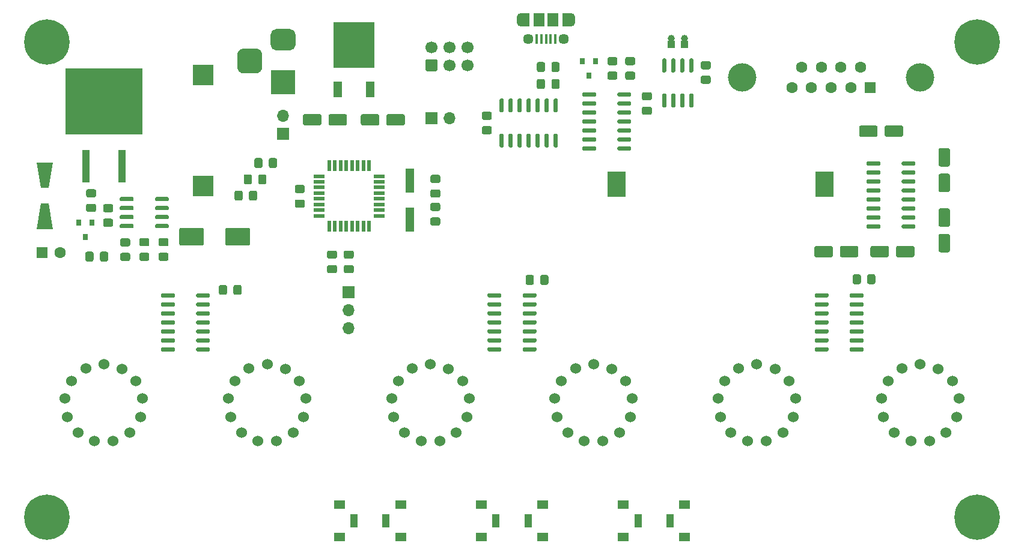
<source format=gbr>
%TF.GenerationSoftware,KiCad,Pcbnew,5.1.8+dfsg1-1+b1*%
%TF.CreationDate,2021-02-09T07:03:43+02:00*%
%TF.ProjectId,nixiedisp,6e697869-6564-4697-9370-2e6b69636164,2*%
%TF.SameCoordinates,Original*%
%TF.FileFunction,Soldermask,Top*%
%TF.FilePolarity,Negative*%
%FSLAX46Y46*%
G04 Gerber Fmt 4.6, Leading zero omitted, Abs format (unit mm)*
G04 Created by KiCad (PCBNEW 5.1.8+dfsg1-1+b1) date 2021-02-09 07:03:43*
%MOMM*%
%LPD*%
G01*
G04 APERTURE LIST*
%ADD10R,0.990600X1.905000*%
%ADD11R,1.498600X1.295400*%
%ADD12O,1.700000X1.700000*%
%ADD13R,1.700000X1.700000*%
%ADD14C,0.800000*%
%ADD15C,6.400000*%
%ADD16C,1.600000*%
%ADD17R,1.600000X1.600000*%
%ADD18R,5.800000X6.400000*%
%ADD19R,1.200000X2.200000*%
%ADD20R,10.800000X9.400000*%
%ADD21R,1.100000X4.600000*%
%ADD22R,0.800000X0.900000*%
%ADD23R,2.900000X3.000000*%
%ADD24R,3.500000X3.500000*%
%ADD25C,4.000000*%
%ADD26C,0.100000*%
%ADD27R,1.500000X1.900000*%
%ADD28C,1.450000*%
%ADD29R,0.400000X1.350000*%
%ADD30O,1.200000X1.900000*%
%ADD31R,1.200000X1.900000*%
%ADD32C,1.700000*%
%ADD33R,1.600000X0.550000*%
%ADD34R,0.550000X1.600000*%
%ADD35C,1.524000*%
%ADD36R,1.200000X3.500000*%
%ADD37R,2.600000X3.600000*%
%ADD38R,1.050000X1.100000*%
%ADD39C,1.000000*%
G04 APERTURE END LIST*
D10*
%TO.C,SW3*%
X160750001Y-141549700D03*
X156249999Y-141549700D03*
D11*
X162800002Y-143899708D03*
X154199998Y-143899708D03*
X162800002Y-139299700D03*
X154199998Y-139299700D03*
%TD*%
D10*
%TO.C,SW2*%
X140750001Y-141549700D03*
X136249999Y-141549700D03*
D11*
X142800002Y-143899708D03*
X134199998Y-143899708D03*
X142800002Y-139299700D03*
X134199998Y-139299700D03*
%TD*%
D10*
%TO.C,SW1*%
X120750001Y-141549700D03*
X116249999Y-141549700D03*
D11*
X122800002Y-143899708D03*
X114199998Y-143899708D03*
X122800002Y-139299700D03*
X114199998Y-139299700D03*
%TD*%
%TO.C,C17*%
G36*
G01*
X188550000Y-107950001D02*
X188550000Y-107049999D01*
G75*
G02*
X188799999Y-106800000I249999J0D01*
G01*
X189450001Y-106800000D01*
G75*
G02*
X189700000Y-107049999I0J-249999D01*
G01*
X189700000Y-107950001D01*
G75*
G02*
X189450001Y-108200000I-249999J0D01*
G01*
X188799999Y-108200000D01*
G75*
G02*
X188550000Y-107950001I0J249999D01*
G01*
G37*
G36*
G01*
X186500000Y-107950001D02*
X186500000Y-107049999D01*
G75*
G02*
X186749999Y-106800000I249999J0D01*
G01*
X187400001Y-106800000D01*
G75*
G02*
X187650000Y-107049999I0J-249999D01*
G01*
X187650000Y-107950001D01*
G75*
G02*
X187400001Y-108200000I-249999J0D01*
G01*
X186749999Y-108200000D01*
G75*
G02*
X186500000Y-107950001I0J249999D01*
G01*
G37*
%TD*%
D12*
%TO.C,J7*%
X129690000Y-84800000D03*
D13*
X127150000Y-84800000D03*
%TD*%
D14*
%TO.C,H4*%
X205697056Y-72302944D03*
X204000000Y-71600000D03*
X202302944Y-72302944D03*
X201600000Y-74000000D03*
X202302944Y-75697056D03*
X204000000Y-76400000D03*
X205697056Y-75697056D03*
X206400000Y-74000000D03*
D15*
X204000000Y-74000000D03*
%TD*%
D14*
%TO.C,H3*%
X205697056Y-139352944D03*
X204000000Y-138650000D03*
X202302944Y-139352944D03*
X201600000Y-141050000D03*
X202302944Y-142747056D03*
X204000000Y-143450000D03*
X205697056Y-142747056D03*
X206400000Y-141050000D03*
D15*
X204000000Y-141050000D03*
%TD*%
D14*
%TO.C,H2*%
X74697056Y-72302944D03*
X73000000Y-71600000D03*
X71302944Y-72302944D03*
X70600000Y-74000000D03*
X71302944Y-75697056D03*
X73000000Y-76400000D03*
X74697056Y-75697056D03*
X75400000Y-74000000D03*
D15*
X73000000Y-74000000D03*
%TD*%
D14*
%TO.C,H1*%
X74697056Y-139352944D03*
X73000000Y-138650000D03*
X71302944Y-139352944D03*
X70600000Y-141050000D03*
X71302944Y-142747056D03*
X73000000Y-143450000D03*
X74697056Y-142747056D03*
X75400000Y-141050000D03*
D15*
X73000000Y-141050000D03*
%TD*%
D16*
%TO.C,C39*%
X74800000Y-103700000D03*
D17*
X72300000Y-103700000D03*
%TD*%
D18*
%TO.C,U34*%
X116250000Y-74450000D03*
D19*
X118530000Y-80750000D03*
X113970000Y-80750000D03*
%TD*%
%TO.C,U33*%
G36*
G01*
X88200000Y-96345000D02*
X88200000Y-96045000D01*
G75*
G02*
X88350000Y-95895000I150000J0D01*
G01*
X90000000Y-95895000D01*
G75*
G02*
X90150000Y-96045000I0J-150000D01*
G01*
X90150000Y-96345000D01*
G75*
G02*
X90000000Y-96495000I-150000J0D01*
G01*
X88350000Y-96495000D01*
G75*
G02*
X88200000Y-96345000I0J150000D01*
G01*
G37*
G36*
G01*
X88200000Y-97615000D02*
X88200000Y-97315000D01*
G75*
G02*
X88350000Y-97165000I150000J0D01*
G01*
X90000000Y-97165000D01*
G75*
G02*
X90150000Y-97315000I0J-150000D01*
G01*
X90150000Y-97615000D01*
G75*
G02*
X90000000Y-97765000I-150000J0D01*
G01*
X88350000Y-97765000D01*
G75*
G02*
X88200000Y-97615000I0J150000D01*
G01*
G37*
G36*
G01*
X88200000Y-98885000D02*
X88200000Y-98585000D01*
G75*
G02*
X88350000Y-98435000I150000J0D01*
G01*
X90000000Y-98435000D01*
G75*
G02*
X90150000Y-98585000I0J-150000D01*
G01*
X90150000Y-98885000D01*
G75*
G02*
X90000000Y-99035000I-150000J0D01*
G01*
X88350000Y-99035000D01*
G75*
G02*
X88200000Y-98885000I0J150000D01*
G01*
G37*
G36*
G01*
X88200000Y-100155000D02*
X88200000Y-99855000D01*
G75*
G02*
X88350000Y-99705000I150000J0D01*
G01*
X90000000Y-99705000D01*
G75*
G02*
X90150000Y-99855000I0J-150000D01*
G01*
X90150000Y-100155000D01*
G75*
G02*
X90000000Y-100305000I-150000J0D01*
G01*
X88350000Y-100305000D01*
G75*
G02*
X88200000Y-100155000I0J150000D01*
G01*
G37*
G36*
G01*
X83250000Y-100155000D02*
X83250000Y-99855000D01*
G75*
G02*
X83400000Y-99705000I150000J0D01*
G01*
X85050000Y-99705000D01*
G75*
G02*
X85200000Y-99855000I0J-150000D01*
G01*
X85200000Y-100155000D01*
G75*
G02*
X85050000Y-100305000I-150000J0D01*
G01*
X83400000Y-100305000D01*
G75*
G02*
X83250000Y-100155000I0J150000D01*
G01*
G37*
G36*
G01*
X83250000Y-98885000D02*
X83250000Y-98585000D01*
G75*
G02*
X83400000Y-98435000I150000J0D01*
G01*
X85050000Y-98435000D01*
G75*
G02*
X85200000Y-98585000I0J-150000D01*
G01*
X85200000Y-98885000D01*
G75*
G02*
X85050000Y-99035000I-150000J0D01*
G01*
X83400000Y-99035000D01*
G75*
G02*
X83250000Y-98885000I0J150000D01*
G01*
G37*
G36*
G01*
X83250000Y-97615000D02*
X83250000Y-97315000D01*
G75*
G02*
X83400000Y-97165000I150000J0D01*
G01*
X85050000Y-97165000D01*
G75*
G02*
X85200000Y-97315000I0J-150000D01*
G01*
X85200000Y-97615000D01*
G75*
G02*
X85050000Y-97765000I-150000J0D01*
G01*
X83400000Y-97765000D01*
G75*
G02*
X83250000Y-97615000I0J150000D01*
G01*
G37*
G36*
G01*
X83250000Y-96345000D02*
X83250000Y-96045000D01*
G75*
G02*
X83400000Y-95895000I150000J0D01*
G01*
X85050000Y-95895000D01*
G75*
G02*
X85200000Y-96045000I0J-150000D01*
G01*
X85200000Y-96345000D01*
G75*
G02*
X85050000Y-96495000I-150000J0D01*
G01*
X83400000Y-96495000D01*
G75*
G02*
X83250000Y-96345000I0J150000D01*
G01*
G37*
%TD*%
%TO.C,U3*%
G36*
G01*
X153350000Y-81590000D02*
X153350000Y-81290000D01*
G75*
G02*
X153500000Y-81140000I150000J0D01*
G01*
X155150000Y-81140000D01*
G75*
G02*
X155300000Y-81290000I0J-150000D01*
G01*
X155300000Y-81590000D01*
G75*
G02*
X155150000Y-81740000I-150000J0D01*
G01*
X153500000Y-81740000D01*
G75*
G02*
X153350000Y-81590000I0J150000D01*
G01*
G37*
G36*
G01*
X153350000Y-82860000D02*
X153350000Y-82560000D01*
G75*
G02*
X153500000Y-82410000I150000J0D01*
G01*
X155150000Y-82410000D01*
G75*
G02*
X155300000Y-82560000I0J-150000D01*
G01*
X155300000Y-82860000D01*
G75*
G02*
X155150000Y-83010000I-150000J0D01*
G01*
X153500000Y-83010000D01*
G75*
G02*
X153350000Y-82860000I0J150000D01*
G01*
G37*
G36*
G01*
X153350000Y-84130000D02*
X153350000Y-83830000D01*
G75*
G02*
X153500000Y-83680000I150000J0D01*
G01*
X155150000Y-83680000D01*
G75*
G02*
X155300000Y-83830000I0J-150000D01*
G01*
X155300000Y-84130000D01*
G75*
G02*
X155150000Y-84280000I-150000J0D01*
G01*
X153500000Y-84280000D01*
G75*
G02*
X153350000Y-84130000I0J150000D01*
G01*
G37*
G36*
G01*
X153350000Y-85400000D02*
X153350000Y-85100000D01*
G75*
G02*
X153500000Y-84950000I150000J0D01*
G01*
X155150000Y-84950000D01*
G75*
G02*
X155300000Y-85100000I0J-150000D01*
G01*
X155300000Y-85400000D01*
G75*
G02*
X155150000Y-85550000I-150000J0D01*
G01*
X153500000Y-85550000D01*
G75*
G02*
X153350000Y-85400000I0J150000D01*
G01*
G37*
G36*
G01*
X153350000Y-86670000D02*
X153350000Y-86370000D01*
G75*
G02*
X153500000Y-86220000I150000J0D01*
G01*
X155150000Y-86220000D01*
G75*
G02*
X155300000Y-86370000I0J-150000D01*
G01*
X155300000Y-86670000D01*
G75*
G02*
X155150000Y-86820000I-150000J0D01*
G01*
X153500000Y-86820000D01*
G75*
G02*
X153350000Y-86670000I0J150000D01*
G01*
G37*
G36*
G01*
X153350000Y-87940000D02*
X153350000Y-87640000D01*
G75*
G02*
X153500000Y-87490000I150000J0D01*
G01*
X155150000Y-87490000D01*
G75*
G02*
X155300000Y-87640000I0J-150000D01*
G01*
X155300000Y-87940000D01*
G75*
G02*
X155150000Y-88090000I-150000J0D01*
G01*
X153500000Y-88090000D01*
G75*
G02*
X153350000Y-87940000I0J150000D01*
G01*
G37*
G36*
G01*
X153350000Y-89210000D02*
X153350000Y-88910000D01*
G75*
G02*
X153500000Y-88760000I150000J0D01*
G01*
X155150000Y-88760000D01*
G75*
G02*
X155300000Y-88910000I0J-150000D01*
G01*
X155300000Y-89210000D01*
G75*
G02*
X155150000Y-89360000I-150000J0D01*
G01*
X153500000Y-89360000D01*
G75*
G02*
X153350000Y-89210000I0J150000D01*
G01*
G37*
G36*
G01*
X148400000Y-89210000D02*
X148400000Y-88910000D01*
G75*
G02*
X148550000Y-88760000I150000J0D01*
G01*
X150200000Y-88760000D01*
G75*
G02*
X150350000Y-88910000I0J-150000D01*
G01*
X150350000Y-89210000D01*
G75*
G02*
X150200000Y-89360000I-150000J0D01*
G01*
X148550000Y-89360000D01*
G75*
G02*
X148400000Y-89210000I0J150000D01*
G01*
G37*
G36*
G01*
X148400000Y-87940000D02*
X148400000Y-87640000D01*
G75*
G02*
X148550000Y-87490000I150000J0D01*
G01*
X150200000Y-87490000D01*
G75*
G02*
X150350000Y-87640000I0J-150000D01*
G01*
X150350000Y-87940000D01*
G75*
G02*
X150200000Y-88090000I-150000J0D01*
G01*
X148550000Y-88090000D01*
G75*
G02*
X148400000Y-87940000I0J150000D01*
G01*
G37*
G36*
G01*
X148400000Y-86670000D02*
X148400000Y-86370000D01*
G75*
G02*
X148550000Y-86220000I150000J0D01*
G01*
X150200000Y-86220000D01*
G75*
G02*
X150350000Y-86370000I0J-150000D01*
G01*
X150350000Y-86670000D01*
G75*
G02*
X150200000Y-86820000I-150000J0D01*
G01*
X148550000Y-86820000D01*
G75*
G02*
X148400000Y-86670000I0J150000D01*
G01*
G37*
G36*
G01*
X148400000Y-85400000D02*
X148400000Y-85100000D01*
G75*
G02*
X148550000Y-84950000I150000J0D01*
G01*
X150200000Y-84950000D01*
G75*
G02*
X150350000Y-85100000I0J-150000D01*
G01*
X150350000Y-85400000D01*
G75*
G02*
X150200000Y-85550000I-150000J0D01*
G01*
X148550000Y-85550000D01*
G75*
G02*
X148400000Y-85400000I0J150000D01*
G01*
G37*
G36*
G01*
X148400000Y-84130000D02*
X148400000Y-83830000D01*
G75*
G02*
X148550000Y-83680000I150000J0D01*
G01*
X150200000Y-83680000D01*
G75*
G02*
X150350000Y-83830000I0J-150000D01*
G01*
X150350000Y-84130000D01*
G75*
G02*
X150200000Y-84280000I-150000J0D01*
G01*
X148550000Y-84280000D01*
G75*
G02*
X148400000Y-84130000I0J150000D01*
G01*
G37*
G36*
G01*
X148400000Y-82860000D02*
X148400000Y-82560000D01*
G75*
G02*
X148550000Y-82410000I150000J0D01*
G01*
X150200000Y-82410000D01*
G75*
G02*
X150350000Y-82560000I0J-150000D01*
G01*
X150350000Y-82860000D01*
G75*
G02*
X150200000Y-83010000I-150000J0D01*
G01*
X148550000Y-83010000D01*
G75*
G02*
X148400000Y-82860000I0J150000D01*
G01*
G37*
G36*
G01*
X148400000Y-81590000D02*
X148400000Y-81290000D01*
G75*
G02*
X148550000Y-81140000I150000J0D01*
G01*
X150200000Y-81140000D01*
G75*
G02*
X150350000Y-81290000I0J-150000D01*
G01*
X150350000Y-81590000D01*
G75*
G02*
X150200000Y-81740000I-150000J0D01*
G01*
X148550000Y-81740000D01*
G75*
G02*
X148400000Y-81590000I0J150000D01*
G01*
G37*
%TD*%
%TO.C,U2*%
G36*
G01*
X190400000Y-99895000D02*
X190400000Y-100195000D01*
G75*
G02*
X190250000Y-100345000I-150000J0D01*
G01*
X188600000Y-100345000D01*
G75*
G02*
X188450000Y-100195000I0J150000D01*
G01*
X188450000Y-99895000D01*
G75*
G02*
X188600000Y-99745000I150000J0D01*
G01*
X190250000Y-99745000D01*
G75*
G02*
X190400000Y-99895000I0J-150000D01*
G01*
G37*
G36*
G01*
X190400000Y-98625000D02*
X190400000Y-98925000D01*
G75*
G02*
X190250000Y-99075000I-150000J0D01*
G01*
X188600000Y-99075000D01*
G75*
G02*
X188450000Y-98925000I0J150000D01*
G01*
X188450000Y-98625000D01*
G75*
G02*
X188600000Y-98475000I150000J0D01*
G01*
X190250000Y-98475000D01*
G75*
G02*
X190400000Y-98625000I0J-150000D01*
G01*
G37*
G36*
G01*
X190400000Y-97355000D02*
X190400000Y-97655000D01*
G75*
G02*
X190250000Y-97805000I-150000J0D01*
G01*
X188600000Y-97805000D01*
G75*
G02*
X188450000Y-97655000I0J150000D01*
G01*
X188450000Y-97355000D01*
G75*
G02*
X188600000Y-97205000I150000J0D01*
G01*
X190250000Y-97205000D01*
G75*
G02*
X190400000Y-97355000I0J-150000D01*
G01*
G37*
G36*
G01*
X190400000Y-96085000D02*
X190400000Y-96385000D01*
G75*
G02*
X190250000Y-96535000I-150000J0D01*
G01*
X188600000Y-96535000D01*
G75*
G02*
X188450000Y-96385000I0J150000D01*
G01*
X188450000Y-96085000D01*
G75*
G02*
X188600000Y-95935000I150000J0D01*
G01*
X190250000Y-95935000D01*
G75*
G02*
X190400000Y-96085000I0J-150000D01*
G01*
G37*
G36*
G01*
X190400000Y-94815000D02*
X190400000Y-95115000D01*
G75*
G02*
X190250000Y-95265000I-150000J0D01*
G01*
X188600000Y-95265000D01*
G75*
G02*
X188450000Y-95115000I0J150000D01*
G01*
X188450000Y-94815000D01*
G75*
G02*
X188600000Y-94665000I150000J0D01*
G01*
X190250000Y-94665000D01*
G75*
G02*
X190400000Y-94815000I0J-150000D01*
G01*
G37*
G36*
G01*
X190400000Y-93545000D02*
X190400000Y-93845000D01*
G75*
G02*
X190250000Y-93995000I-150000J0D01*
G01*
X188600000Y-93995000D01*
G75*
G02*
X188450000Y-93845000I0J150000D01*
G01*
X188450000Y-93545000D01*
G75*
G02*
X188600000Y-93395000I150000J0D01*
G01*
X190250000Y-93395000D01*
G75*
G02*
X190400000Y-93545000I0J-150000D01*
G01*
G37*
G36*
G01*
X190400000Y-92275000D02*
X190400000Y-92575000D01*
G75*
G02*
X190250000Y-92725000I-150000J0D01*
G01*
X188600000Y-92725000D01*
G75*
G02*
X188450000Y-92575000I0J150000D01*
G01*
X188450000Y-92275000D01*
G75*
G02*
X188600000Y-92125000I150000J0D01*
G01*
X190250000Y-92125000D01*
G75*
G02*
X190400000Y-92275000I0J-150000D01*
G01*
G37*
G36*
G01*
X190400000Y-91005000D02*
X190400000Y-91305000D01*
G75*
G02*
X190250000Y-91455000I-150000J0D01*
G01*
X188600000Y-91455000D01*
G75*
G02*
X188450000Y-91305000I0J150000D01*
G01*
X188450000Y-91005000D01*
G75*
G02*
X188600000Y-90855000I150000J0D01*
G01*
X190250000Y-90855000D01*
G75*
G02*
X190400000Y-91005000I0J-150000D01*
G01*
G37*
G36*
G01*
X195350000Y-91005000D02*
X195350000Y-91305000D01*
G75*
G02*
X195200000Y-91455000I-150000J0D01*
G01*
X193550000Y-91455000D01*
G75*
G02*
X193400000Y-91305000I0J150000D01*
G01*
X193400000Y-91005000D01*
G75*
G02*
X193550000Y-90855000I150000J0D01*
G01*
X195200000Y-90855000D01*
G75*
G02*
X195350000Y-91005000I0J-150000D01*
G01*
G37*
G36*
G01*
X195350000Y-92275000D02*
X195350000Y-92575000D01*
G75*
G02*
X195200000Y-92725000I-150000J0D01*
G01*
X193550000Y-92725000D01*
G75*
G02*
X193400000Y-92575000I0J150000D01*
G01*
X193400000Y-92275000D01*
G75*
G02*
X193550000Y-92125000I150000J0D01*
G01*
X195200000Y-92125000D01*
G75*
G02*
X195350000Y-92275000I0J-150000D01*
G01*
G37*
G36*
G01*
X195350000Y-93545000D02*
X195350000Y-93845000D01*
G75*
G02*
X195200000Y-93995000I-150000J0D01*
G01*
X193550000Y-93995000D01*
G75*
G02*
X193400000Y-93845000I0J150000D01*
G01*
X193400000Y-93545000D01*
G75*
G02*
X193550000Y-93395000I150000J0D01*
G01*
X195200000Y-93395000D01*
G75*
G02*
X195350000Y-93545000I0J-150000D01*
G01*
G37*
G36*
G01*
X195350000Y-94815000D02*
X195350000Y-95115000D01*
G75*
G02*
X195200000Y-95265000I-150000J0D01*
G01*
X193550000Y-95265000D01*
G75*
G02*
X193400000Y-95115000I0J150000D01*
G01*
X193400000Y-94815000D01*
G75*
G02*
X193550000Y-94665000I150000J0D01*
G01*
X195200000Y-94665000D01*
G75*
G02*
X195350000Y-94815000I0J-150000D01*
G01*
G37*
G36*
G01*
X195350000Y-96085000D02*
X195350000Y-96385000D01*
G75*
G02*
X195200000Y-96535000I-150000J0D01*
G01*
X193550000Y-96535000D01*
G75*
G02*
X193400000Y-96385000I0J150000D01*
G01*
X193400000Y-96085000D01*
G75*
G02*
X193550000Y-95935000I150000J0D01*
G01*
X195200000Y-95935000D01*
G75*
G02*
X195350000Y-96085000I0J-150000D01*
G01*
G37*
G36*
G01*
X195350000Y-97355000D02*
X195350000Y-97655000D01*
G75*
G02*
X195200000Y-97805000I-150000J0D01*
G01*
X193550000Y-97805000D01*
G75*
G02*
X193400000Y-97655000I0J150000D01*
G01*
X193400000Y-97355000D01*
G75*
G02*
X193550000Y-97205000I150000J0D01*
G01*
X195200000Y-97205000D01*
G75*
G02*
X195350000Y-97355000I0J-150000D01*
G01*
G37*
G36*
G01*
X195350000Y-98625000D02*
X195350000Y-98925000D01*
G75*
G02*
X195200000Y-99075000I-150000J0D01*
G01*
X193550000Y-99075000D01*
G75*
G02*
X193400000Y-98925000I0J150000D01*
G01*
X193400000Y-98625000D01*
G75*
G02*
X193550000Y-98475000I150000J0D01*
G01*
X195200000Y-98475000D01*
G75*
G02*
X195350000Y-98625000I0J-150000D01*
G01*
G37*
G36*
G01*
X195350000Y-99895000D02*
X195350000Y-100195000D01*
G75*
G02*
X195200000Y-100345000I-150000J0D01*
G01*
X193550000Y-100345000D01*
G75*
G02*
X193400000Y-100195000I0J150000D01*
G01*
X193400000Y-99895000D01*
G75*
G02*
X193550000Y-99745000I150000J0D01*
G01*
X195200000Y-99745000D01*
G75*
G02*
X195350000Y-99895000I0J-150000D01*
G01*
G37*
%TD*%
%TO.C,R94*%
G36*
G01*
X86249999Y-103750000D02*
X87150001Y-103750000D01*
G75*
G02*
X87400000Y-103999999I0J-249999D01*
G01*
X87400000Y-104650001D01*
G75*
G02*
X87150001Y-104900000I-249999J0D01*
G01*
X86249999Y-104900000D01*
G75*
G02*
X86000000Y-104650001I0J249999D01*
G01*
X86000000Y-103999999D01*
G75*
G02*
X86249999Y-103750000I249999J0D01*
G01*
G37*
G36*
G01*
X86249999Y-101700000D02*
X87150001Y-101700000D01*
G75*
G02*
X87400000Y-101949999I0J-249999D01*
G01*
X87400000Y-102600001D01*
G75*
G02*
X87150001Y-102850000I-249999J0D01*
G01*
X86249999Y-102850000D01*
G75*
G02*
X86000000Y-102600001I0J249999D01*
G01*
X86000000Y-101949999D01*
G75*
G02*
X86249999Y-101700000I249999J0D01*
G01*
G37*
%TD*%
%TO.C,R93*%
G36*
G01*
X80450000Y-104750001D02*
X80450000Y-103849999D01*
G75*
G02*
X80699999Y-103600000I249999J0D01*
G01*
X81350001Y-103600000D01*
G75*
G02*
X81600000Y-103849999I0J-249999D01*
G01*
X81600000Y-104750001D01*
G75*
G02*
X81350001Y-105000000I-249999J0D01*
G01*
X80699999Y-105000000D01*
G75*
G02*
X80450000Y-104750001I0J249999D01*
G01*
G37*
G36*
G01*
X78400000Y-104750001D02*
X78400000Y-103849999D01*
G75*
G02*
X78649999Y-103600000I249999J0D01*
G01*
X79300001Y-103600000D01*
G75*
G02*
X79550000Y-103849999I0J-249999D01*
G01*
X79550000Y-104750001D01*
G75*
G02*
X79300001Y-105000000I-249999J0D01*
G01*
X78649999Y-105000000D01*
G75*
G02*
X78400000Y-104750001I0J249999D01*
G01*
G37*
%TD*%
%TO.C,R8*%
G36*
G01*
X81149999Y-98950000D02*
X82050001Y-98950000D01*
G75*
G02*
X82300000Y-99199999I0J-249999D01*
G01*
X82300000Y-99850001D01*
G75*
G02*
X82050001Y-100100000I-249999J0D01*
G01*
X81149999Y-100100000D01*
G75*
G02*
X80900000Y-99850001I0J249999D01*
G01*
X80900000Y-99199999D01*
G75*
G02*
X81149999Y-98950000I249999J0D01*
G01*
G37*
G36*
G01*
X81149999Y-96900000D02*
X82050001Y-96900000D01*
G75*
G02*
X82300000Y-97149999I0J-249999D01*
G01*
X82300000Y-97800001D01*
G75*
G02*
X82050001Y-98050000I-249999J0D01*
G01*
X81149999Y-98050000D01*
G75*
G02*
X80900000Y-97800001I0J249999D01*
G01*
X80900000Y-97149999D01*
G75*
G02*
X81149999Y-96900000I249999J0D01*
G01*
G37*
%TD*%
%TO.C,R7*%
G36*
G01*
X101450000Y-96150001D02*
X101450000Y-95249999D01*
G75*
G02*
X101699999Y-95000000I249999J0D01*
G01*
X102350001Y-95000000D01*
G75*
G02*
X102600000Y-95249999I0J-249999D01*
G01*
X102600000Y-96150001D01*
G75*
G02*
X102350001Y-96400000I-249999J0D01*
G01*
X101699999Y-96400000D01*
G75*
G02*
X101450000Y-96150001I0J249999D01*
G01*
G37*
G36*
G01*
X99400000Y-96150001D02*
X99400000Y-95249999D01*
G75*
G02*
X99649999Y-95000000I249999J0D01*
G01*
X100300001Y-95000000D01*
G75*
G02*
X100550000Y-95249999I0J-249999D01*
G01*
X100550000Y-96150001D01*
G75*
G02*
X100300001Y-96400000I-249999J0D01*
G01*
X99649999Y-96400000D01*
G75*
G02*
X99400000Y-96150001I0J249999D01*
G01*
G37*
%TD*%
%TO.C,R4*%
G36*
G01*
X102750000Y-93850001D02*
X102750000Y-92949999D01*
G75*
G02*
X102999999Y-92700000I249999J0D01*
G01*
X103650001Y-92700000D01*
G75*
G02*
X103900000Y-92949999I0J-249999D01*
G01*
X103900000Y-93850001D01*
G75*
G02*
X103650001Y-94100000I-249999J0D01*
G01*
X102999999Y-94100000D01*
G75*
G02*
X102750000Y-93850001I0J249999D01*
G01*
G37*
G36*
G01*
X100700000Y-93850001D02*
X100700000Y-92949999D01*
G75*
G02*
X100949999Y-92700000I249999J0D01*
G01*
X101600001Y-92700000D01*
G75*
G02*
X101850000Y-92949999I0J-249999D01*
G01*
X101850000Y-93850001D01*
G75*
G02*
X101600001Y-94100000I-249999J0D01*
G01*
X100949999Y-94100000D01*
G75*
G02*
X100700000Y-93850001I0J249999D01*
G01*
G37*
%TD*%
%TO.C,R3*%
G36*
G01*
X104250000Y-91550001D02*
X104250000Y-90649999D01*
G75*
G02*
X104499999Y-90400000I249999J0D01*
G01*
X105150001Y-90400000D01*
G75*
G02*
X105400000Y-90649999I0J-249999D01*
G01*
X105400000Y-91550001D01*
G75*
G02*
X105150001Y-91800000I-249999J0D01*
G01*
X104499999Y-91800000D01*
G75*
G02*
X104250000Y-91550001I0J249999D01*
G01*
G37*
G36*
G01*
X102200000Y-91550001D02*
X102200000Y-90649999D01*
G75*
G02*
X102449999Y-90400000I249999J0D01*
G01*
X103100001Y-90400000D01*
G75*
G02*
X103350000Y-90649999I0J-249999D01*
G01*
X103350000Y-91550001D01*
G75*
G02*
X103100001Y-91800000I-249999J0D01*
G01*
X102449999Y-91800000D01*
G75*
G02*
X102200000Y-91550001I0J249999D01*
G01*
G37*
%TD*%
%TO.C,R2*%
G36*
G01*
X155600001Y-77300000D02*
X154699999Y-77300000D01*
G75*
G02*
X154450000Y-77050001I0J249999D01*
G01*
X154450000Y-76399999D01*
G75*
G02*
X154699999Y-76150000I249999J0D01*
G01*
X155600001Y-76150000D01*
G75*
G02*
X155850000Y-76399999I0J-249999D01*
G01*
X155850000Y-77050001D01*
G75*
G02*
X155600001Y-77300000I-249999J0D01*
G01*
G37*
G36*
G01*
X155600001Y-79350000D02*
X154699999Y-79350000D01*
G75*
G02*
X154450000Y-79100001I0J249999D01*
G01*
X154450000Y-78449999D01*
G75*
G02*
X154699999Y-78200000I249999J0D01*
G01*
X155600001Y-78200000D01*
G75*
G02*
X155850000Y-78449999I0J-249999D01*
G01*
X155850000Y-79100001D01*
G75*
G02*
X155600001Y-79350000I-249999J0D01*
G01*
G37*
%TD*%
%TO.C,R1*%
G36*
G01*
X152199999Y-78200000D02*
X153100001Y-78200000D01*
G75*
G02*
X153350000Y-78449999I0J-249999D01*
G01*
X153350000Y-79100001D01*
G75*
G02*
X153100001Y-79350000I-249999J0D01*
G01*
X152199999Y-79350000D01*
G75*
G02*
X151950000Y-79100001I0J249999D01*
G01*
X151950000Y-78449999D01*
G75*
G02*
X152199999Y-78200000I249999J0D01*
G01*
G37*
G36*
G01*
X152199999Y-76150000D02*
X153100001Y-76150000D01*
G75*
G02*
X153350000Y-76399999I0J-249999D01*
G01*
X153350000Y-77050001D01*
G75*
G02*
X153100001Y-77300000I-249999J0D01*
G01*
X152199999Y-77300000D01*
G75*
G02*
X151950000Y-77050001I0J249999D01*
G01*
X151950000Y-76399999D01*
G75*
G02*
X152199999Y-76150000I249999J0D01*
G01*
G37*
%TD*%
D20*
%TO.C,Q69*%
X81025000Y-82375000D03*
D21*
X83565000Y-91525000D03*
X78485000Y-91525000D03*
%TD*%
D22*
%TO.C,Q2*%
X78400000Y-101500000D03*
X77450000Y-99500000D03*
X79350000Y-99500000D03*
%TD*%
%TO.C,Q1*%
X149350000Y-78750000D03*
X148400000Y-76750000D03*
X150300000Y-76750000D03*
%TD*%
D23*
%TO.C,L1*%
X95000000Y-78650000D03*
X95000000Y-94350000D03*
%TD*%
D12*
%TO.C,J6*%
X106250000Y-84460000D03*
D13*
X106250000Y-87000000D03*
%TD*%
%TO.C,J4*%
G36*
G01*
X100675000Y-74950000D02*
X102425000Y-74950000D01*
G75*
G02*
X103300000Y-75825000I0J-875000D01*
G01*
X103300000Y-77575000D01*
G75*
G02*
X102425000Y-78450000I-875000J0D01*
G01*
X100675000Y-78450000D01*
G75*
G02*
X99800000Y-77575000I0J875000D01*
G01*
X99800000Y-75825000D01*
G75*
G02*
X100675000Y-74950000I875000J0D01*
G01*
G37*
G36*
G01*
X105250000Y-72200000D02*
X107250000Y-72200000D01*
G75*
G02*
X108000000Y-72950000I0J-750000D01*
G01*
X108000000Y-74450000D01*
G75*
G02*
X107250000Y-75200000I-750000J0D01*
G01*
X105250000Y-75200000D01*
G75*
G02*
X104500000Y-74450000I0J750000D01*
G01*
X104500000Y-72950000D01*
G75*
G02*
X105250000Y-72200000I750000J0D01*
G01*
G37*
D24*
X106250000Y-79700000D03*
%TD*%
D25*
%TO.C,J1*%
X170960000Y-79030000D03*
X195960000Y-79030000D03*
D16*
X179305000Y-77610000D03*
X182075000Y-77610000D03*
X184845000Y-77610000D03*
X187615000Y-77610000D03*
X177920000Y-80450000D03*
X180690000Y-80450000D03*
X183460000Y-80450000D03*
X186230000Y-80450000D03*
D17*
X189000000Y-80450000D03*
%TD*%
D26*
%TO.C,D2*%
G36*
X71550000Y-91000000D02*
G01*
X73850000Y-91000000D01*
X73250000Y-94600000D01*
X72150000Y-94600000D01*
X71550000Y-91000000D01*
G37*
G36*
X73850000Y-100400000D02*
G01*
X71550000Y-100400000D01*
X72150000Y-96800000D01*
X73250000Y-96800000D01*
X73850000Y-100400000D01*
G37*
%TD*%
%TO.C,D1*%
G36*
G01*
X78749999Y-96850000D02*
X79650001Y-96850000D01*
G75*
G02*
X79900000Y-97099999I0J-249999D01*
G01*
X79900000Y-97750001D01*
G75*
G02*
X79650001Y-98000000I-249999J0D01*
G01*
X78749999Y-98000000D01*
G75*
G02*
X78500000Y-97750001I0J249999D01*
G01*
X78500000Y-97099999D01*
G75*
G02*
X78749999Y-96850000I249999J0D01*
G01*
G37*
G36*
G01*
X78749999Y-94800000D02*
X79650001Y-94800000D01*
G75*
G02*
X79900000Y-95049999I0J-249999D01*
G01*
X79900000Y-95700001D01*
G75*
G02*
X79650001Y-95950000I-249999J0D01*
G01*
X78749999Y-95950000D01*
G75*
G02*
X78500000Y-95700001I0J249999D01*
G01*
X78500000Y-95049999D01*
G75*
G02*
X78749999Y-94800000I249999J0D01*
G01*
G37*
%TD*%
%TO.C,C38*%
G36*
G01*
X89850001Y-102850000D02*
X88949999Y-102850000D01*
G75*
G02*
X88700000Y-102600001I0J249999D01*
G01*
X88700000Y-101949999D01*
G75*
G02*
X88949999Y-101700000I249999J0D01*
G01*
X89850001Y-101700000D01*
G75*
G02*
X90100000Y-101949999I0J-249999D01*
G01*
X90100000Y-102600001D01*
G75*
G02*
X89850001Y-102850000I-249999J0D01*
G01*
G37*
G36*
G01*
X89850001Y-104900000D02*
X88949999Y-104900000D01*
G75*
G02*
X88700000Y-104650001I0J249999D01*
G01*
X88700000Y-103999999D01*
G75*
G02*
X88949999Y-103750000I249999J0D01*
G01*
X89850001Y-103750000D01*
G75*
G02*
X90100000Y-103999999I0J-249999D01*
G01*
X90100000Y-104650001D01*
G75*
G02*
X89850001Y-104900000I-249999J0D01*
G01*
G37*
%TD*%
%TO.C,C37*%
G36*
G01*
X98100000Y-102500000D02*
X98100000Y-100500000D01*
G75*
G02*
X98350000Y-100250000I250000J0D01*
G01*
X101350000Y-100250000D01*
G75*
G02*
X101600000Y-100500000I0J-250000D01*
G01*
X101600000Y-102500000D01*
G75*
G02*
X101350000Y-102750000I-250000J0D01*
G01*
X98350000Y-102750000D01*
G75*
G02*
X98100000Y-102500000I0J250000D01*
G01*
G37*
G36*
G01*
X91600000Y-102500000D02*
X91600000Y-100500000D01*
G75*
G02*
X91850000Y-100250000I250000J0D01*
G01*
X94850000Y-100250000D01*
G75*
G02*
X95100000Y-100500000I0J-250000D01*
G01*
X95100000Y-102500000D01*
G75*
G02*
X94850000Y-102750000I-250000J0D01*
G01*
X91850000Y-102750000D01*
G75*
G02*
X91600000Y-102500000I0J250000D01*
G01*
G37*
%TD*%
%TO.C,C36*%
G36*
G01*
X119800000Y-84450000D02*
X119800000Y-85550000D01*
G75*
G02*
X119550000Y-85800000I-250000J0D01*
G01*
X117450000Y-85800000D01*
G75*
G02*
X117200000Y-85550000I0J250000D01*
G01*
X117200000Y-84450000D01*
G75*
G02*
X117450000Y-84200000I250000J0D01*
G01*
X119550000Y-84200000D01*
G75*
G02*
X119800000Y-84450000I0J-250000D01*
G01*
G37*
G36*
G01*
X123400000Y-84450000D02*
X123400000Y-85550000D01*
G75*
G02*
X123150000Y-85800000I-250000J0D01*
G01*
X121050000Y-85800000D01*
G75*
G02*
X120800000Y-85550000I0J250000D01*
G01*
X120800000Y-84450000D01*
G75*
G02*
X121050000Y-84200000I250000J0D01*
G01*
X123150000Y-84200000D01*
G75*
G02*
X123400000Y-84450000I0J-250000D01*
G01*
G37*
%TD*%
%TO.C,C35*%
G36*
G01*
X112650000Y-85550000D02*
X112650000Y-84450000D01*
G75*
G02*
X112900000Y-84200000I250000J0D01*
G01*
X115000000Y-84200000D01*
G75*
G02*
X115250000Y-84450000I0J-250000D01*
G01*
X115250000Y-85550000D01*
G75*
G02*
X115000000Y-85800000I-250000J0D01*
G01*
X112900000Y-85800000D01*
G75*
G02*
X112650000Y-85550000I0J250000D01*
G01*
G37*
G36*
G01*
X109050000Y-85550000D02*
X109050000Y-84450000D01*
G75*
G02*
X109300000Y-84200000I250000J0D01*
G01*
X111400000Y-84200000D01*
G75*
G02*
X111650000Y-84450000I0J-250000D01*
G01*
X111650000Y-85550000D01*
G75*
G02*
X111400000Y-85800000I-250000J0D01*
G01*
X109300000Y-85800000D01*
G75*
G02*
X109050000Y-85550000I0J250000D01*
G01*
G37*
%TD*%
%TO.C,C16*%
G36*
G01*
X83549999Y-103775000D02*
X84450001Y-103775000D01*
G75*
G02*
X84700000Y-104024999I0J-249999D01*
G01*
X84700000Y-104675001D01*
G75*
G02*
X84450001Y-104925000I-249999J0D01*
G01*
X83549999Y-104925000D01*
G75*
G02*
X83300000Y-104675001I0J249999D01*
G01*
X83300000Y-104024999D01*
G75*
G02*
X83549999Y-103775000I249999J0D01*
G01*
G37*
G36*
G01*
X83549999Y-101725000D02*
X84450001Y-101725000D01*
G75*
G02*
X84700000Y-101974999I0J-249999D01*
G01*
X84700000Y-102625001D01*
G75*
G02*
X84450001Y-102875000I-249999J0D01*
G01*
X83549999Y-102875000D01*
G75*
G02*
X83300000Y-102625001I0J249999D01*
G01*
X83300000Y-101974999D01*
G75*
G02*
X83549999Y-101725000I249999J0D01*
G01*
G37*
%TD*%
%TO.C,C15*%
G36*
G01*
X191000000Y-87150000D02*
X191000000Y-86050000D01*
G75*
G02*
X191250000Y-85800000I250000J0D01*
G01*
X193350000Y-85800000D01*
G75*
G02*
X193600000Y-86050000I0J-250000D01*
G01*
X193600000Y-87150000D01*
G75*
G02*
X193350000Y-87400000I-250000J0D01*
G01*
X191250000Y-87400000D01*
G75*
G02*
X191000000Y-87150000I0J250000D01*
G01*
G37*
G36*
G01*
X187400000Y-87150000D02*
X187400000Y-86050000D01*
G75*
G02*
X187650000Y-85800000I250000J0D01*
G01*
X189750000Y-85800000D01*
G75*
G02*
X190000000Y-86050000I0J-250000D01*
G01*
X190000000Y-87150000D01*
G75*
G02*
X189750000Y-87400000I-250000J0D01*
G01*
X187650000Y-87400000D01*
G75*
G02*
X187400000Y-87150000I0J250000D01*
G01*
G37*
%TD*%
%TO.C,C8*%
G36*
G01*
X191600000Y-103050000D02*
X191600000Y-104150000D01*
G75*
G02*
X191350000Y-104400000I-250000J0D01*
G01*
X189250000Y-104400000D01*
G75*
G02*
X189000000Y-104150000I0J250000D01*
G01*
X189000000Y-103050000D01*
G75*
G02*
X189250000Y-102800000I250000J0D01*
G01*
X191350000Y-102800000D01*
G75*
G02*
X191600000Y-103050000I0J-250000D01*
G01*
G37*
G36*
G01*
X195200000Y-103050000D02*
X195200000Y-104150000D01*
G75*
G02*
X194950000Y-104400000I-250000J0D01*
G01*
X192850000Y-104400000D01*
G75*
G02*
X192600000Y-104150000I0J250000D01*
G01*
X192600000Y-103050000D01*
G75*
G02*
X192850000Y-102800000I250000J0D01*
G01*
X194950000Y-102800000D01*
G75*
G02*
X195200000Y-103050000I0J-250000D01*
G01*
G37*
%TD*%
%TO.C,C4*%
G36*
G01*
X199950000Y-91600000D02*
X198850000Y-91600000D01*
G75*
G02*
X198600000Y-91350000I0J250000D01*
G01*
X198600000Y-89250000D01*
G75*
G02*
X198850000Y-89000000I250000J0D01*
G01*
X199950000Y-89000000D01*
G75*
G02*
X200200000Y-89250000I0J-250000D01*
G01*
X200200000Y-91350000D01*
G75*
G02*
X199950000Y-91600000I-250000J0D01*
G01*
G37*
G36*
G01*
X199950000Y-95200000D02*
X198850000Y-95200000D01*
G75*
G02*
X198600000Y-94950000I0J250000D01*
G01*
X198600000Y-92850000D01*
G75*
G02*
X198850000Y-92600000I250000J0D01*
G01*
X199950000Y-92600000D01*
G75*
G02*
X200200000Y-92850000I0J-250000D01*
G01*
X200200000Y-94950000D01*
G75*
G02*
X199950000Y-95200000I-250000J0D01*
G01*
G37*
%TD*%
%TO.C,C2*%
G36*
G01*
X183700000Y-103050000D02*
X183700000Y-104150000D01*
G75*
G02*
X183450000Y-104400000I-250000J0D01*
G01*
X181350000Y-104400000D01*
G75*
G02*
X181100000Y-104150000I0J250000D01*
G01*
X181100000Y-103050000D01*
G75*
G02*
X181350000Y-102800000I250000J0D01*
G01*
X183450000Y-102800000D01*
G75*
G02*
X183700000Y-103050000I0J-250000D01*
G01*
G37*
G36*
G01*
X187300000Y-103050000D02*
X187300000Y-104150000D01*
G75*
G02*
X187050000Y-104400000I-250000J0D01*
G01*
X184950000Y-104400000D01*
G75*
G02*
X184700000Y-104150000I0J250000D01*
G01*
X184700000Y-103050000D01*
G75*
G02*
X184950000Y-102800000I250000J0D01*
G01*
X187050000Y-102800000D01*
G75*
G02*
X187300000Y-103050000I0J-250000D01*
G01*
G37*
%TD*%
%TO.C,C1*%
G36*
G01*
X199950000Y-100100000D02*
X198850000Y-100100000D01*
G75*
G02*
X198600000Y-99850000I0J250000D01*
G01*
X198600000Y-97750000D01*
G75*
G02*
X198850000Y-97500000I250000J0D01*
G01*
X199950000Y-97500000D01*
G75*
G02*
X200200000Y-97750000I0J-250000D01*
G01*
X200200000Y-99850000D01*
G75*
G02*
X199950000Y-100100000I-250000J0D01*
G01*
G37*
G36*
G01*
X199950000Y-103700000D02*
X198850000Y-103700000D01*
G75*
G02*
X198600000Y-103450000I0J250000D01*
G01*
X198600000Y-101350000D01*
G75*
G02*
X198850000Y-101100000I250000J0D01*
G01*
X199950000Y-101100000D01*
G75*
G02*
X200200000Y-101350000I0J-250000D01*
G01*
X200200000Y-103450000D01*
G75*
G02*
X199950000Y-103700000I-250000J0D01*
G01*
G37*
%TD*%
%TO.C,C3*%
G36*
G01*
X108149999Y-94200000D02*
X109050001Y-94200000D01*
G75*
G02*
X109300000Y-94449999I0J-249999D01*
G01*
X109300000Y-95100001D01*
G75*
G02*
X109050001Y-95350000I-249999J0D01*
G01*
X108149999Y-95350000D01*
G75*
G02*
X107900000Y-95100001I0J249999D01*
G01*
X107900000Y-94449999D01*
G75*
G02*
X108149999Y-94200000I249999J0D01*
G01*
G37*
G36*
G01*
X108149999Y-96250000D02*
X109050001Y-96250000D01*
G75*
G02*
X109300000Y-96499999I0J-249999D01*
G01*
X109300000Y-97150001D01*
G75*
G02*
X109050001Y-97400000I-249999J0D01*
G01*
X108149999Y-97400000D01*
G75*
G02*
X107900000Y-97150001I0J249999D01*
G01*
X107900000Y-96499999D01*
G75*
G02*
X108149999Y-96250000I249999J0D01*
G01*
G37*
%TD*%
%TO.C,C5*%
G36*
G01*
X144050000Y-78000001D02*
X144050000Y-77099999D01*
G75*
G02*
X144299999Y-76850000I249999J0D01*
G01*
X144950001Y-76850000D01*
G75*
G02*
X145200000Y-77099999I0J-249999D01*
G01*
X145200000Y-78000001D01*
G75*
G02*
X144950001Y-78250000I-249999J0D01*
G01*
X144299999Y-78250000D01*
G75*
G02*
X144050000Y-78000001I0J249999D01*
G01*
G37*
G36*
G01*
X142000000Y-78000001D02*
X142000000Y-77099999D01*
G75*
G02*
X142249999Y-76850000I249999J0D01*
G01*
X142900001Y-76850000D01*
G75*
G02*
X143150000Y-77099999I0J-249999D01*
G01*
X143150000Y-78000001D01*
G75*
G02*
X142900001Y-78250000I-249999J0D01*
G01*
X142249999Y-78250000D01*
G75*
G02*
X142000000Y-78000001I0J249999D01*
G01*
G37*
%TD*%
%TO.C,C6*%
G36*
G01*
X144050000Y-80400001D02*
X144050000Y-79499999D01*
G75*
G02*
X144299999Y-79250000I249999J0D01*
G01*
X144950001Y-79250000D01*
G75*
G02*
X145200000Y-79499999I0J-249999D01*
G01*
X145200000Y-80400001D01*
G75*
G02*
X144950001Y-80650000I-249999J0D01*
G01*
X144299999Y-80650000D01*
G75*
G02*
X144050000Y-80400001I0J249999D01*
G01*
G37*
G36*
G01*
X142000000Y-80400001D02*
X142000000Y-79499999D01*
G75*
G02*
X142249999Y-79250000I249999J0D01*
G01*
X142900001Y-79250000D01*
G75*
G02*
X143150000Y-79499999I0J-249999D01*
G01*
X143150000Y-80400001D01*
G75*
G02*
X142900001Y-80650000I-249999J0D01*
G01*
X142249999Y-80650000D01*
G75*
G02*
X142000000Y-80400001I0J249999D01*
G01*
G37*
%TD*%
%TO.C,C7*%
G36*
G01*
X165349999Y-76725000D02*
X166250001Y-76725000D01*
G75*
G02*
X166500000Y-76974999I0J-249999D01*
G01*
X166500000Y-77625001D01*
G75*
G02*
X166250001Y-77875000I-249999J0D01*
G01*
X165349999Y-77875000D01*
G75*
G02*
X165100000Y-77625001I0J249999D01*
G01*
X165100000Y-76974999D01*
G75*
G02*
X165349999Y-76725000I249999J0D01*
G01*
G37*
G36*
G01*
X165349999Y-78775000D02*
X166250001Y-78775000D01*
G75*
G02*
X166500000Y-79024999I0J-249999D01*
G01*
X166500000Y-79675001D01*
G75*
G02*
X166250001Y-79925000I-249999J0D01*
G01*
X165349999Y-79925000D01*
G75*
G02*
X165100000Y-79675001I0J249999D01*
G01*
X165100000Y-79024999D01*
G75*
G02*
X165349999Y-78775000I249999J0D01*
G01*
G37*
%TD*%
%TO.C,C9*%
G36*
G01*
X97200000Y-109450001D02*
X97200000Y-108549999D01*
G75*
G02*
X97449999Y-108300000I249999J0D01*
G01*
X98100001Y-108300000D01*
G75*
G02*
X98350000Y-108549999I0J-249999D01*
G01*
X98350000Y-109450001D01*
G75*
G02*
X98100001Y-109700000I-249999J0D01*
G01*
X97449999Y-109700000D01*
G75*
G02*
X97200000Y-109450001I0J249999D01*
G01*
G37*
G36*
G01*
X99250000Y-109450001D02*
X99250000Y-108549999D01*
G75*
G02*
X99499999Y-108300000I249999J0D01*
G01*
X100150001Y-108300000D01*
G75*
G02*
X100400000Y-108549999I0J-249999D01*
G01*
X100400000Y-109450001D01*
G75*
G02*
X100150001Y-109700000I-249999J0D01*
G01*
X99499999Y-109700000D01*
G75*
G02*
X99250000Y-109450001I0J249999D01*
G01*
G37*
%TD*%
%TO.C,C10*%
G36*
G01*
X140425000Y-108050001D02*
X140425000Y-107149999D01*
G75*
G02*
X140674999Y-106900000I249999J0D01*
G01*
X141325001Y-106900000D01*
G75*
G02*
X141575000Y-107149999I0J-249999D01*
G01*
X141575000Y-108050001D01*
G75*
G02*
X141325001Y-108300000I-249999J0D01*
G01*
X140674999Y-108300000D01*
G75*
G02*
X140425000Y-108050001I0J249999D01*
G01*
G37*
G36*
G01*
X142475000Y-108050001D02*
X142475000Y-107149999D01*
G75*
G02*
X142724999Y-106900000I249999J0D01*
G01*
X143375001Y-106900000D01*
G75*
G02*
X143625000Y-107149999I0J-249999D01*
G01*
X143625000Y-108050001D01*
G75*
G02*
X143375001Y-108300000I-249999J0D01*
G01*
X142724999Y-108300000D01*
G75*
G02*
X142475000Y-108050001I0J249999D01*
G01*
G37*
%TD*%
%TO.C,C11*%
G36*
G01*
X127249999Y-98775000D02*
X128150001Y-98775000D01*
G75*
G02*
X128400000Y-99024999I0J-249999D01*
G01*
X128400000Y-99675001D01*
G75*
G02*
X128150001Y-99925000I-249999J0D01*
G01*
X127249999Y-99925000D01*
G75*
G02*
X127000000Y-99675001I0J249999D01*
G01*
X127000000Y-99024999D01*
G75*
G02*
X127249999Y-98775000I249999J0D01*
G01*
G37*
G36*
G01*
X127249999Y-96725000D02*
X128150001Y-96725000D01*
G75*
G02*
X128400000Y-96974999I0J-249999D01*
G01*
X128400000Y-97625001D01*
G75*
G02*
X128150001Y-97875000I-249999J0D01*
G01*
X127249999Y-97875000D01*
G75*
G02*
X127000000Y-97625001I0J249999D01*
G01*
X127000000Y-96974999D01*
G75*
G02*
X127249999Y-96725000I249999J0D01*
G01*
G37*
%TD*%
%TO.C,C12*%
G36*
G01*
X128150001Y-95975000D02*
X127249999Y-95975000D01*
G75*
G02*
X127000000Y-95725001I0J249999D01*
G01*
X127000000Y-95074999D01*
G75*
G02*
X127249999Y-94825000I249999J0D01*
G01*
X128150001Y-94825000D01*
G75*
G02*
X128400000Y-95074999I0J-249999D01*
G01*
X128400000Y-95725001D01*
G75*
G02*
X128150001Y-95975000I-249999J0D01*
G01*
G37*
G36*
G01*
X128150001Y-93925000D02*
X127249999Y-93925000D01*
G75*
G02*
X127000000Y-93675001I0J249999D01*
G01*
X127000000Y-93024999D01*
G75*
G02*
X127249999Y-92775000I249999J0D01*
G01*
X128150001Y-92775000D01*
G75*
G02*
X128400000Y-93024999I0J-249999D01*
G01*
X128400000Y-93675001D01*
G75*
G02*
X128150001Y-93925000I-249999J0D01*
G01*
G37*
%TD*%
%TO.C,C13*%
G36*
G01*
X135400001Y-85000000D02*
X134499999Y-85000000D01*
G75*
G02*
X134250000Y-84750001I0J249999D01*
G01*
X134250000Y-84099999D01*
G75*
G02*
X134499999Y-83850000I249999J0D01*
G01*
X135400001Y-83850000D01*
G75*
G02*
X135650000Y-84099999I0J-249999D01*
G01*
X135650000Y-84750001D01*
G75*
G02*
X135400001Y-85000000I-249999J0D01*
G01*
G37*
G36*
G01*
X135400001Y-87050000D02*
X134499999Y-87050000D01*
G75*
G02*
X134250000Y-86800001I0J249999D01*
G01*
X134250000Y-86149999D01*
G75*
G02*
X134499999Y-85900000I249999J0D01*
G01*
X135400001Y-85900000D01*
G75*
G02*
X135650000Y-86149999I0J-249999D01*
G01*
X135650000Y-86800001D01*
G75*
G02*
X135400001Y-87050000I-249999J0D01*
G01*
G37*
%TD*%
%TO.C,C14*%
G36*
G01*
X157049999Y-83150000D02*
X157950001Y-83150000D01*
G75*
G02*
X158200000Y-83399999I0J-249999D01*
G01*
X158200000Y-84050001D01*
G75*
G02*
X157950001Y-84300000I-249999J0D01*
G01*
X157049999Y-84300000D01*
G75*
G02*
X156800000Y-84050001I0J249999D01*
G01*
X156800000Y-83399999D01*
G75*
G02*
X157049999Y-83150000I249999J0D01*
G01*
G37*
G36*
G01*
X157049999Y-81100000D02*
X157950001Y-81100000D01*
G75*
G02*
X158200000Y-81349999I0J-249999D01*
G01*
X158200000Y-82000001D01*
G75*
G02*
X157950001Y-82250000I-249999J0D01*
G01*
X157049999Y-82250000D01*
G75*
G02*
X156800000Y-82000001I0J249999D01*
G01*
X156800000Y-81349999D01*
G75*
G02*
X157049999Y-81100000I249999J0D01*
G01*
G37*
%TD*%
D27*
%TO.C,J2*%
X142300000Y-70912500D03*
D28*
X145800000Y-73612500D03*
D29*
X143950000Y-73612500D03*
X144600000Y-73612500D03*
X142000000Y-73612500D03*
X142650000Y-73612500D03*
X143300000Y-73612500D03*
D28*
X140800000Y-73612500D03*
D27*
X144300000Y-70912500D03*
D30*
X146800000Y-70912500D03*
X139800000Y-70912500D03*
D31*
X140400000Y-70912500D03*
X146200000Y-70912500D03*
%TD*%
%TO.C,J3*%
G36*
G01*
X127750000Y-78150000D02*
X126550000Y-78150000D01*
G75*
G02*
X126300000Y-77900000I0J250000D01*
G01*
X126300000Y-76700000D01*
G75*
G02*
X126550000Y-76450000I250000J0D01*
G01*
X127750000Y-76450000D01*
G75*
G02*
X128000000Y-76700000I0J-250000D01*
G01*
X128000000Y-77900000D01*
G75*
G02*
X127750000Y-78150000I-250000J0D01*
G01*
G37*
D32*
X129690000Y-77300000D03*
X132230000Y-77300000D03*
X127150000Y-74760000D03*
X129690000Y-74760000D03*
X132230000Y-74760000D03*
%TD*%
%TO.C,R5*%
G36*
G01*
X113600001Y-104600000D02*
X112699999Y-104600000D01*
G75*
G02*
X112450000Y-104350001I0J249999D01*
G01*
X112450000Y-103699999D01*
G75*
G02*
X112699999Y-103450000I249999J0D01*
G01*
X113600001Y-103450000D01*
G75*
G02*
X113850000Y-103699999I0J-249999D01*
G01*
X113850000Y-104350001D01*
G75*
G02*
X113600001Y-104600000I-249999J0D01*
G01*
G37*
G36*
G01*
X113600001Y-106650000D02*
X112699999Y-106650000D01*
G75*
G02*
X112450000Y-106400001I0J249999D01*
G01*
X112450000Y-105749999D01*
G75*
G02*
X112699999Y-105500000I249999J0D01*
G01*
X113600001Y-105500000D01*
G75*
G02*
X113850000Y-105749999I0J-249999D01*
G01*
X113850000Y-106400001D01*
G75*
G02*
X113600001Y-106650000I-249999J0D01*
G01*
G37*
%TD*%
%TO.C,R6*%
G36*
G01*
X115950001Y-106650000D02*
X115049999Y-106650000D01*
G75*
G02*
X114800000Y-106400001I0J249999D01*
G01*
X114800000Y-105749999D01*
G75*
G02*
X115049999Y-105500000I249999J0D01*
G01*
X115950001Y-105500000D01*
G75*
G02*
X116200000Y-105749999I0J-249999D01*
G01*
X116200000Y-106400001D01*
G75*
G02*
X115950001Y-106650000I-249999J0D01*
G01*
G37*
G36*
G01*
X115950001Y-104600000D02*
X115049999Y-104600000D01*
G75*
G02*
X114800000Y-104350001I0J249999D01*
G01*
X114800000Y-103699999D01*
G75*
G02*
X115049999Y-103450000I249999J0D01*
G01*
X115950001Y-103450000D01*
G75*
G02*
X116200000Y-103699999I0J-249999D01*
G01*
X116200000Y-104350001D01*
G75*
G02*
X115950001Y-104600000I-249999J0D01*
G01*
G37*
%TD*%
D33*
%TO.C,U1*%
X119800000Y-98550000D03*
X119800000Y-97750000D03*
X119800000Y-96950000D03*
X119800000Y-96150000D03*
X119800000Y-95350000D03*
X119800000Y-94550000D03*
X119800000Y-93750000D03*
X119800000Y-92950000D03*
D34*
X118350000Y-91500000D03*
X117550000Y-91500000D03*
X116750000Y-91500000D03*
X115950000Y-91500000D03*
X115150000Y-91500000D03*
X114350000Y-91500000D03*
X113550000Y-91500000D03*
X112750000Y-91500000D03*
D33*
X111300000Y-92950000D03*
X111300000Y-93750000D03*
X111300000Y-94550000D03*
X111300000Y-95350000D03*
X111300000Y-96150000D03*
X111300000Y-96950000D03*
X111300000Y-97750000D03*
X111300000Y-98550000D03*
D34*
X112750000Y-100000000D03*
X113550000Y-100000000D03*
X114350000Y-100000000D03*
X115150000Y-100000000D03*
X115950000Y-100000000D03*
X116750000Y-100000000D03*
X117550000Y-100000000D03*
X118350000Y-100000000D03*
%TD*%
%TO.C,U4*%
G36*
G01*
X137190000Y-83950000D02*
X136890000Y-83950000D01*
G75*
G02*
X136740000Y-83800000I0J150000D01*
G01*
X136740000Y-82150000D01*
G75*
G02*
X136890000Y-82000000I150000J0D01*
G01*
X137190000Y-82000000D01*
G75*
G02*
X137340000Y-82150000I0J-150000D01*
G01*
X137340000Y-83800000D01*
G75*
G02*
X137190000Y-83950000I-150000J0D01*
G01*
G37*
G36*
G01*
X138460000Y-83950000D02*
X138160000Y-83950000D01*
G75*
G02*
X138010000Y-83800000I0J150000D01*
G01*
X138010000Y-82150000D01*
G75*
G02*
X138160000Y-82000000I150000J0D01*
G01*
X138460000Y-82000000D01*
G75*
G02*
X138610000Y-82150000I0J-150000D01*
G01*
X138610000Y-83800000D01*
G75*
G02*
X138460000Y-83950000I-150000J0D01*
G01*
G37*
G36*
G01*
X139730000Y-83950000D02*
X139430000Y-83950000D01*
G75*
G02*
X139280000Y-83800000I0J150000D01*
G01*
X139280000Y-82150000D01*
G75*
G02*
X139430000Y-82000000I150000J0D01*
G01*
X139730000Y-82000000D01*
G75*
G02*
X139880000Y-82150000I0J-150000D01*
G01*
X139880000Y-83800000D01*
G75*
G02*
X139730000Y-83950000I-150000J0D01*
G01*
G37*
G36*
G01*
X141000000Y-83950000D02*
X140700000Y-83950000D01*
G75*
G02*
X140550000Y-83800000I0J150000D01*
G01*
X140550000Y-82150000D01*
G75*
G02*
X140700000Y-82000000I150000J0D01*
G01*
X141000000Y-82000000D01*
G75*
G02*
X141150000Y-82150000I0J-150000D01*
G01*
X141150000Y-83800000D01*
G75*
G02*
X141000000Y-83950000I-150000J0D01*
G01*
G37*
G36*
G01*
X142270000Y-83950000D02*
X141970000Y-83950000D01*
G75*
G02*
X141820000Y-83800000I0J150000D01*
G01*
X141820000Y-82150000D01*
G75*
G02*
X141970000Y-82000000I150000J0D01*
G01*
X142270000Y-82000000D01*
G75*
G02*
X142420000Y-82150000I0J-150000D01*
G01*
X142420000Y-83800000D01*
G75*
G02*
X142270000Y-83950000I-150000J0D01*
G01*
G37*
G36*
G01*
X143540000Y-83950000D02*
X143240000Y-83950000D01*
G75*
G02*
X143090000Y-83800000I0J150000D01*
G01*
X143090000Y-82150000D01*
G75*
G02*
X143240000Y-82000000I150000J0D01*
G01*
X143540000Y-82000000D01*
G75*
G02*
X143690000Y-82150000I0J-150000D01*
G01*
X143690000Y-83800000D01*
G75*
G02*
X143540000Y-83950000I-150000J0D01*
G01*
G37*
G36*
G01*
X144810000Y-83950000D02*
X144510000Y-83950000D01*
G75*
G02*
X144360000Y-83800000I0J150000D01*
G01*
X144360000Y-82150000D01*
G75*
G02*
X144510000Y-82000000I150000J0D01*
G01*
X144810000Y-82000000D01*
G75*
G02*
X144960000Y-82150000I0J-150000D01*
G01*
X144960000Y-83800000D01*
G75*
G02*
X144810000Y-83950000I-150000J0D01*
G01*
G37*
G36*
G01*
X144810000Y-88900000D02*
X144510000Y-88900000D01*
G75*
G02*
X144360000Y-88750000I0J150000D01*
G01*
X144360000Y-87100000D01*
G75*
G02*
X144510000Y-86950000I150000J0D01*
G01*
X144810000Y-86950000D01*
G75*
G02*
X144960000Y-87100000I0J-150000D01*
G01*
X144960000Y-88750000D01*
G75*
G02*
X144810000Y-88900000I-150000J0D01*
G01*
G37*
G36*
G01*
X143540000Y-88900000D02*
X143240000Y-88900000D01*
G75*
G02*
X143090000Y-88750000I0J150000D01*
G01*
X143090000Y-87100000D01*
G75*
G02*
X143240000Y-86950000I150000J0D01*
G01*
X143540000Y-86950000D01*
G75*
G02*
X143690000Y-87100000I0J-150000D01*
G01*
X143690000Y-88750000D01*
G75*
G02*
X143540000Y-88900000I-150000J0D01*
G01*
G37*
G36*
G01*
X142270000Y-88900000D02*
X141970000Y-88900000D01*
G75*
G02*
X141820000Y-88750000I0J150000D01*
G01*
X141820000Y-87100000D01*
G75*
G02*
X141970000Y-86950000I150000J0D01*
G01*
X142270000Y-86950000D01*
G75*
G02*
X142420000Y-87100000I0J-150000D01*
G01*
X142420000Y-88750000D01*
G75*
G02*
X142270000Y-88900000I-150000J0D01*
G01*
G37*
G36*
G01*
X141000000Y-88900000D02*
X140700000Y-88900000D01*
G75*
G02*
X140550000Y-88750000I0J150000D01*
G01*
X140550000Y-87100000D01*
G75*
G02*
X140700000Y-86950000I150000J0D01*
G01*
X141000000Y-86950000D01*
G75*
G02*
X141150000Y-87100000I0J-150000D01*
G01*
X141150000Y-88750000D01*
G75*
G02*
X141000000Y-88900000I-150000J0D01*
G01*
G37*
G36*
G01*
X139730000Y-88900000D02*
X139430000Y-88900000D01*
G75*
G02*
X139280000Y-88750000I0J150000D01*
G01*
X139280000Y-87100000D01*
G75*
G02*
X139430000Y-86950000I150000J0D01*
G01*
X139730000Y-86950000D01*
G75*
G02*
X139880000Y-87100000I0J-150000D01*
G01*
X139880000Y-88750000D01*
G75*
G02*
X139730000Y-88900000I-150000J0D01*
G01*
G37*
G36*
G01*
X138460000Y-88900000D02*
X138160000Y-88900000D01*
G75*
G02*
X138010000Y-88750000I0J150000D01*
G01*
X138010000Y-87100000D01*
G75*
G02*
X138160000Y-86950000I150000J0D01*
G01*
X138460000Y-86950000D01*
G75*
G02*
X138610000Y-87100000I0J-150000D01*
G01*
X138610000Y-88750000D01*
G75*
G02*
X138460000Y-88900000I-150000J0D01*
G01*
G37*
G36*
G01*
X137190000Y-88900000D02*
X136890000Y-88900000D01*
G75*
G02*
X136740000Y-88750000I0J150000D01*
G01*
X136740000Y-87100000D01*
G75*
G02*
X136890000Y-86950000I150000J0D01*
G01*
X137190000Y-86950000D01*
G75*
G02*
X137340000Y-87100000I0J-150000D01*
G01*
X137340000Y-88750000D01*
G75*
G02*
X137190000Y-88900000I-150000J0D01*
G01*
G37*
%TD*%
%TO.C,U5*%
G36*
G01*
X89050000Y-109940000D02*
X89050000Y-109640000D01*
G75*
G02*
X89200000Y-109490000I150000J0D01*
G01*
X90850000Y-109490000D01*
G75*
G02*
X91000000Y-109640000I0J-150000D01*
G01*
X91000000Y-109940000D01*
G75*
G02*
X90850000Y-110090000I-150000J0D01*
G01*
X89200000Y-110090000D01*
G75*
G02*
X89050000Y-109940000I0J150000D01*
G01*
G37*
G36*
G01*
X89050000Y-111210000D02*
X89050000Y-110910000D01*
G75*
G02*
X89200000Y-110760000I150000J0D01*
G01*
X90850000Y-110760000D01*
G75*
G02*
X91000000Y-110910000I0J-150000D01*
G01*
X91000000Y-111210000D01*
G75*
G02*
X90850000Y-111360000I-150000J0D01*
G01*
X89200000Y-111360000D01*
G75*
G02*
X89050000Y-111210000I0J150000D01*
G01*
G37*
G36*
G01*
X89050000Y-112480000D02*
X89050000Y-112180000D01*
G75*
G02*
X89200000Y-112030000I150000J0D01*
G01*
X90850000Y-112030000D01*
G75*
G02*
X91000000Y-112180000I0J-150000D01*
G01*
X91000000Y-112480000D01*
G75*
G02*
X90850000Y-112630000I-150000J0D01*
G01*
X89200000Y-112630000D01*
G75*
G02*
X89050000Y-112480000I0J150000D01*
G01*
G37*
G36*
G01*
X89050000Y-113750000D02*
X89050000Y-113450000D01*
G75*
G02*
X89200000Y-113300000I150000J0D01*
G01*
X90850000Y-113300000D01*
G75*
G02*
X91000000Y-113450000I0J-150000D01*
G01*
X91000000Y-113750000D01*
G75*
G02*
X90850000Y-113900000I-150000J0D01*
G01*
X89200000Y-113900000D01*
G75*
G02*
X89050000Y-113750000I0J150000D01*
G01*
G37*
G36*
G01*
X89050000Y-115020000D02*
X89050000Y-114720000D01*
G75*
G02*
X89200000Y-114570000I150000J0D01*
G01*
X90850000Y-114570000D01*
G75*
G02*
X91000000Y-114720000I0J-150000D01*
G01*
X91000000Y-115020000D01*
G75*
G02*
X90850000Y-115170000I-150000J0D01*
G01*
X89200000Y-115170000D01*
G75*
G02*
X89050000Y-115020000I0J150000D01*
G01*
G37*
G36*
G01*
X89050000Y-116290000D02*
X89050000Y-115990000D01*
G75*
G02*
X89200000Y-115840000I150000J0D01*
G01*
X90850000Y-115840000D01*
G75*
G02*
X91000000Y-115990000I0J-150000D01*
G01*
X91000000Y-116290000D01*
G75*
G02*
X90850000Y-116440000I-150000J0D01*
G01*
X89200000Y-116440000D01*
G75*
G02*
X89050000Y-116290000I0J150000D01*
G01*
G37*
G36*
G01*
X89050000Y-117560000D02*
X89050000Y-117260000D01*
G75*
G02*
X89200000Y-117110000I150000J0D01*
G01*
X90850000Y-117110000D01*
G75*
G02*
X91000000Y-117260000I0J-150000D01*
G01*
X91000000Y-117560000D01*
G75*
G02*
X90850000Y-117710000I-150000J0D01*
G01*
X89200000Y-117710000D01*
G75*
G02*
X89050000Y-117560000I0J150000D01*
G01*
G37*
G36*
G01*
X94000000Y-117560000D02*
X94000000Y-117260000D01*
G75*
G02*
X94150000Y-117110000I150000J0D01*
G01*
X95800000Y-117110000D01*
G75*
G02*
X95950000Y-117260000I0J-150000D01*
G01*
X95950000Y-117560000D01*
G75*
G02*
X95800000Y-117710000I-150000J0D01*
G01*
X94150000Y-117710000D01*
G75*
G02*
X94000000Y-117560000I0J150000D01*
G01*
G37*
G36*
G01*
X94000000Y-116290000D02*
X94000000Y-115990000D01*
G75*
G02*
X94150000Y-115840000I150000J0D01*
G01*
X95800000Y-115840000D01*
G75*
G02*
X95950000Y-115990000I0J-150000D01*
G01*
X95950000Y-116290000D01*
G75*
G02*
X95800000Y-116440000I-150000J0D01*
G01*
X94150000Y-116440000D01*
G75*
G02*
X94000000Y-116290000I0J150000D01*
G01*
G37*
G36*
G01*
X94000000Y-115020000D02*
X94000000Y-114720000D01*
G75*
G02*
X94150000Y-114570000I150000J0D01*
G01*
X95800000Y-114570000D01*
G75*
G02*
X95950000Y-114720000I0J-150000D01*
G01*
X95950000Y-115020000D01*
G75*
G02*
X95800000Y-115170000I-150000J0D01*
G01*
X94150000Y-115170000D01*
G75*
G02*
X94000000Y-115020000I0J150000D01*
G01*
G37*
G36*
G01*
X94000000Y-113750000D02*
X94000000Y-113450000D01*
G75*
G02*
X94150000Y-113300000I150000J0D01*
G01*
X95800000Y-113300000D01*
G75*
G02*
X95950000Y-113450000I0J-150000D01*
G01*
X95950000Y-113750000D01*
G75*
G02*
X95800000Y-113900000I-150000J0D01*
G01*
X94150000Y-113900000D01*
G75*
G02*
X94000000Y-113750000I0J150000D01*
G01*
G37*
G36*
G01*
X94000000Y-112480000D02*
X94000000Y-112180000D01*
G75*
G02*
X94150000Y-112030000I150000J0D01*
G01*
X95800000Y-112030000D01*
G75*
G02*
X95950000Y-112180000I0J-150000D01*
G01*
X95950000Y-112480000D01*
G75*
G02*
X95800000Y-112630000I-150000J0D01*
G01*
X94150000Y-112630000D01*
G75*
G02*
X94000000Y-112480000I0J150000D01*
G01*
G37*
G36*
G01*
X94000000Y-111210000D02*
X94000000Y-110910000D01*
G75*
G02*
X94150000Y-110760000I150000J0D01*
G01*
X95800000Y-110760000D01*
G75*
G02*
X95950000Y-110910000I0J-150000D01*
G01*
X95950000Y-111210000D01*
G75*
G02*
X95800000Y-111360000I-150000J0D01*
G01*
X94150000Y-111360000D01*
G75*
G02*
X94000000Y-111210000I0J150000D01*
G01*
G37*
G36*
G01*
X94000000Y-109940000D02*
X94000000Y-109640000D01*
G75*
G02*
X94150000Y-109490000I150000J0D01*
G01*
X95800000Y-109490000D01*
G75*
G02*
X95950000Y-109640000I0J-150000D01*
G01*
X95950000Y-109940000D01*
G75*
G02*
X95800000Y-110090000I-150000J0D01*
G01*
X94150000Y-110090000D01*
G75*
G02*
X94000000Y-109940000I0J150000D01*
G01*
G37*
%TD*%
%TO.C,U6*%
G36*
G01*
X140000000Y-109940000D02*
X140000000Y-109640000D01*
G75*
G02*
X140150000Y-109490000I150000J0D01*
G01*
X141800000Y-109490000D01*
G75*
G02*
X141950000Y-109640000I0J-150000D01*
G01*
X141950000Y-109940000D01*
G75*
G02*
X141800000Y-110090000I-150000J0D01*
G01*
X140150000Y-110090000D01*
G75*
G02*
X140000000Y-109940000I0J150000D01*
G01*
G37*
G36*
G01*
X140000000Y-111210000D02*
X140000000Y-110910000D01*
G75*
G02*
X140150000Y-110760000I150000J0D01*
G01*
X141800000Y-110760000D01*
G75*
G02*
X141950000Y-110910000I0J-150000D01*
G01*
X141950000Y-111210000D01*
G75*
G02*
X141800000Y-111360000I-150000J0D01*
G01*
X140150000Y-111360000D01*
G75*
G02*
X140000000Y-111210000I0J150000D01*
G01*
G37*
G36*
G01*
X140000000Y-112480000D02*
X140000000Y-112180000D01*
G75*
G02*
X140150000Y-112030000I150000J0D01*
G01*
X141800000Y-112030000D01*
G75*
G02*
X141950000Y-112180000I0J-150000D01*
G01*
X141950000Y-112480000D01*
G75*
G02*
X141800000Y-112630000I-150000J0D01*
G01*
X140150000Y-112630000D01*
G75*
G02*
X140000000Y-112480000I0J150000D01*
G01*
G37*
G36*
G01*
X140000000Y-113750000D02*
X140000000Y-113450000D01*
G75*
G02*
X140150000Y-113300000I150000J0D01*
G01*
X141800000Y-113300000D01*
G75*
G02*
X141950000Y-113450000I0J-150000D01*
G01*
X141950000Y-113750000D01*
G75*
G02*
X141800000Y-113900000I-150000J0D01*
G01*
X140150000Y-113900000D01*
G75*
G02*
X140000000Y-113750000I0J150000D01*
G01*
G37*
G36*
G01*
X140000000Y-115020000D02*
X140000000Y-114720000D01*
G75*
G02*
X140150000Y-114570000I150000J0D01*
G01*
X141800000Y-114570000D01*
G75*
G02*
X141950000Y-114720000I0J-150000D01*
G01*
X141950000Y-115020000D01*
G75*
G02*
X141800000Y-115170000I-150000J0D01*
G01*
X140150000Y-115170000D01*
G75*
G02*
X140000000Y-115020000I0J150000D01*
G01*
G37*
G36*
G01*
X140000000Y-116290000D02*
X140000000Y-115990000D01*
G75*
G02*
X140150000Y-115840000I150000J0D01*
G01*
X141800000Y-115840000D01*
G75*
G02*
X141950000Y-115990000I0J-150000D01*
G01*
X141950000Y-116290000D01*
G75*
G02*
X141800000Y-116440000I-150000J0D01*
G01*
X140150000Y-116440000D01*
G75*
G02*
X140000000Y-116290000I0J150000D01*
G01*
G37*
G36*
G01*
X140000000Y-117560000D02*
X140000000Y-117260000D01*
G75*
G02*
X140150000Y-117110000I150000J0D01*
G01*
X141800000Y-117110000D01*
G75*
G02*
X141950000Y-117260000I0J-150000D01*
G01*
X141950000Y-117560000D01*
G75*
G02*
X141800000Y-117710000I-150000J0D01*
G01*
X140150000Y-117710000D01*
G75*
G02*
X140000000Y-117560000I0J150000D01*
G01*
G37*
G36*
G01*
X135050000Y-117560000D02*
X135050000Y-117260000D01*
G75*
G02*
X135200000Y-117110000I150000J0D01*
G01*
X136850000Y-117110000D01*
G75*
G02*
X137000000Y-117260000I0J-150000D01*
G01*
X137000000Y-117560000D01*
G75*
G02*
X136850000Y-117710000I-150000J0D01*
G01*
X135200000Y-117710000D01*
G75*
G02*
X135050000Y-117560000I0J150000D01*
G01*
G37*
G36*
G01*
X135050000Y-116290000D02*
X135050000Y-115990000D01*
G75*
G02*
X135200000Y-115840000I150000J0D01*
G01*
X136850000Y-115840000D01*
G75*
G02*
X137000000Y-115990000I0J-150000D01*
G01*
X137000000Y-116290000D01*
G75*
G02*
X136850000Y-116440000I-150000J0D01*
G01*
X135200000Y-116440000D01*
G75*
G02*
X135050000Y-116290000I0J150000D01*
G01*
G37*
G36*
G01*
X135050000Y-115020000D02*
X135050000Y-114720000D01*
G75*
G02*
X135200000Y-114570000I150000J0D01*
G01*
X136850000Y-114570000D01*
G75*
G02*
X137000000Y-114720000I0J-150000D01*
G01*
X137000000Y-115020000D01*
G75*
G02*
X136850000Y-115170000I-150000J0D01*
G01*
X135200000Y-115170000D01*
G75*
G02*
X135050000Y-115020000I0J150000D01*
G01*
G37*
G36*
G01*
X135050000Y-113750000D02*
X135050000Y-113450000D01*
G75*
G02*
X135200000Y-113300000I150000J0D01*
G01*
X136850000Y-113300000D01*
G75*
G02*
X137000000Y-113450000I0J-150000D01*
G01*
X137000000Y-113750000D01*
G75*
G02*
X136850000Y-113900000I-150000J0D01*
G01*
X135200000Y-113900000D01*
G75*
G02*
X135050000Y-113750000I0J150000D01*
G01*
G37*
G36*
G01*
X135050000Y-112480000D02*
X135050000Y-112180000D01*
G75*
G02*
X135200000Y-112030000I150000J0D01*
G01*
X136850000Y-112030000D01*
G75*
G02*
X137000000Y-112180000I0J-150000D01*
G01*
X137000000Y-112480000D01*
G75*
G02*
X136850000Y-112630000I-150000J0D01*
G01*
X135200000Y-112630000D01*
G75*
G02*
X135050000Y-112480000I0J150000D01*
G01*
G37*
G36*
G01*
X135050000Y-111210000D02*
X135050000Y-110910000D01*
G75*
G02*
X135200000Y-110760000I150000J0D01*
G01*
X136850000Y-110760000D01*
G75*
G02*
X137000000Y-110910000I0J-150000D01*
G01*
X137000000Y-111210000D01*
G75*
G02*
X136850000Y-111360000I-150000J0D01*
G01*
X135200000Y-111360000D01*
G75*
G02*
X135050000Y-111210000I0J150000D01*
G01*
G37*
G36*
G01*
X135050000Y-109940000D02*
X135050000Y-109640000D01*
G75*
G02*
X135200000Y-109490000I150000J0D01*
G01*
X136850000Y-109490000D01*
G75*
G02*
X137000000Y-109640000I0J-150000D01*
G01*
X137000000Y-109940000D01*
G75*
G02*
X136850000Y-110090000I-150000J0D01*
G01*
X135200000Y-110090000D01*
G75*
G02*
X135050000Y-109940000I0J150000D01*
G01*
G37*
%TD*%
%TO.C,U7*%
G36*
G01*
X181150000Y-109940000D02*
X181150000Y-109640000D01*
G75*
G02*
X181300000Y-109490000I150000J0D01*
G01*
X182950000Y-109490000D01*
G75*
G02*
X183100000Y-109640000I0J-150000D01*
G01*
X183100000Y-109940000D01*
G75*
G02*
X182950000Y-110090000I-150000J0D01*
G01*
X181300000Y-110090000D01*
G75*
G02*
X181150000Y-109940000I0J150000D01*
G01*
G37*
G36*
G01*
X181150000Y-111210000D02*
X181150000Y-110910000D01*
G75*
G02*
X181300000Y-110760000I150000J0D01*
G01*
X182950000Y-110760000D01*
G75*
G02*
X183100000Y-110910000I0J-150000D01*
G01*
X183100000Y-111210000D01*
G75*
G02*
X182950000Y-111360000I-150000J0D01*
G01*
X181300000Y-111360000D01*
G75*
G02*
X181150000Y-111210000I0J150000D01*
G01*
G37*
G36*
G01*
X181150000Y-112480000D02*
X181150000Y-112180000D01*
G75*
G02*
X181300000Y-112030000I150000J0D01*
G01*
X182950000Y-112030000D01*
G75*
G02*
X183100000Y-112180000I0J-150000D01*
G01*
X183100000Y-112480000D01*
G75*
G02*
X182950000Y-112630000I-150000J0D01*
G01*
X181300000Y-112630000D01*
G75*
G02*
X181150000Y-112480000I0J150000D01*
G01*
G37*
G36*
G01*
X181150000Y-113750000D02*
X181150000Y-113450000D01*
G75*
G02*
X181300000Y-113300000I150000J0D01*
G01*
X182950000Y-113300000D01*
G75*
G02*
X183100000Y-113450000I0J-150000D01*
G01*
X183100000Y-113750000D01*
G75*
G02*
X182950000Y-113900000I-150000J0D01*
G01*
X181300000Y-113900000D01*
G75*
G02*
X181150000Y-113750000I0J150000D01*
G01*
G37*
G36*
G01*
X181150000Y-115020000D02*
X181150000Y-114720000D01*
G75*
G02*
X181300000Y-114570000I150000J0D01*
G01*
X182950000Y-114570000D01*
G75*
G02*
X183100000Y-114720000I0J-150000D01*
G01*
X183100000Y-115020000D01*
G75*
G02*
X182950000Y-115170000I-150000J0D01*
G01*
X181300000Y-115170000D01*
G75*
G02*
X181150000Y-115020000I0J150000D01*
G01*
G37*
G36*
G01*
X181150000Y-116290000D02*
X181150000Y-115990000D01*
G75*
G02*
X181300000Y-115840000I150000J0D01*
G01*
X182950000Y-115840000D01*
G75*
G02*
X183100000Y-115990000I0J-150000D01*
G01*
X183100000Y-116290000D01*
G75*
G02*
X182950000Y-116440000I-150000J0D01*
G01*
X181300000Y-116440000D01*
G75*
G02*
X181150000Y-116290000I0J150000D01*
G01*
G37*
G36*
G01*
X181150000Y-117560000D02*
X181150000Y-117260000D01*
G75*
G02*
X181300000Y-117110000I150000J0D01*
G01*
X182950000Y-117110000D01*
G75*
G02*
X183100000Y-117260000I0J-150000D01*
G01*
X183100000Y-117560000D01*
G75*
G02*
X182950000Y-117710000I-150000J0D01*
G01*
X181300000Y-117710000D01*
G75*
G02*
X181150000Y-117560000I0J150000D01*
G01*
G37*
G36*
G01*
X186100000Y-117560000D02*
X186100000Y-117260000D01*
G75*
G02*
X186250000Y-117110000I150000J0D01*
G01*
X187900000Y-117110000D01*
G75*
G02*
X188050000Y-117260000I0J-150000D01*
G01*
X188050000Y-117560000D01*
G75*
G02*
X187900000Y-117710000I-150000J0D01*
G01*
X186250000Y-117710000D01*
G75*
G02*
X186100000Y-117560000I0J150000D01*
G01*
G37*
G36*
G01*
X186100000Y-116290000D02*
X186100000Y-115990000D01*
G75*
G02*
X186250000Y-115840000I150000J0D01*
G01*
X187900000Y-115840000D01*
G75*
G02*
X188050000Y-115990000I0J-150000D01*
G01*
X188050000Y-116290000D01*
G75*
G02*
X187900000Y-116440000I-150000J0D01*
G01*
X186250000Y-116440000D01*
G75*
G02*
X186100000Y-116290000I0J150000D01*
G01*
G37*
G36*
G01*
X186100000Y-115020000D02*
X186100000Y-114720000D01*
G75*
G02*
X186250000Y-114570000I150000J0D01*
G01*
X187900000Y-114570000D01*
G75*
G02*
X188050000Y-114720000I0J-150000D01*
G01*
X188050000Y-115020000D01*
G75*
G02*
X187900000Y-115170000I-150000J0D01*
G01*
X186250000Y-115170000D01*
G75*
G02*
X186100000Y-115020000I0J150000D01*
G01*
G37*
G36*
G01*
X186100000Y-113750000D02*
X186100000Y-113450000D01*
G75*
G02*
X186250000Y-113300000I150000J0D01*
G01*
X187900000Y-113300000D01*
G75*
G02*
X188050000Y-113450000I0J-150000D01*
G01*
X188050000Y-113750000D01*
G75*
G02*
X187900000Y-113900000I-150000J0D01*
G01*
X186250000Y-113900000D01*
G75*
G02*
X186100000Y-113750000I0J150000D01*
G01*
G37*
G36*
G01*
X186100000Y-112480000D02*
X186100000Y-112180000D01*
G75*
G02*
X186250000Y-112030000I150000J0D01*
G01*
X187900000Y-112030000D01*
G75*
G02*
X188050000Y-112180000I0J-150000D01*
G01*
X188050000Y-112480000D01*
G75*
G02*
X187900000Y-112630000I-150000J0D01*
G01*
X186250000Y-112630000D01*
G75*
G02*
X186100000Y-112480000I0J150000D01*
G01*
G37*
G36*
G01*
X186100000Y-111210000D02*
X186100000Y-110910000D01*
G75*
G02*
X186250000Y-110760000I150000J0D01*
G01*
X187900000Y-110760000D01*
G75*
G02*
X188050000Y-110910000I0J-150000D01*
G01*
X188050000Y-111210000D01*
G75*
G02*
X187900000Y-111360000I-150000J0D01*
G01*
X186250000Y-111360000D01*
G75*
G02*
X186100000Y-111210000I0J150000D01*
G01*
G37*
G36*
G01*
X186100000Y-109940000D02*
X186100000Y-109640000D01*
G75*
G02*
X186250000Y-109490000I150000J0D01*
G01*
X187900000Y-109490000D01*
G75*
G02*
X188050000Y-109640000I0J-150000D01*
G01*
X188050000Y-109940000D01*
G75*
G02*
X187900000Y-110090000I-150000J0D01*
G01*
X186250000Y-110090000D01*
G75*
G02*
X186100000Y-109940000I0J150000D01*
G01*
G37*
%TD*%
D35*
%TO.C,U8*%
X85520000Y-121890000D03*
X83560000Y-120130000D03*
X75540000Y-124340000D03*
X75860000Y-126950000D03*
X77360000Y-129120000D03*
X79690000Y-130340000D03*
X82310000Y-130340000D03*
X84650000Y-129110000D03*
X86140000Y-126950000D03*
X86460000Y-124340000D03*
X76480000Y-121880000D03*
X78450000Y-120100000D03*
X81000000Y-119500000D03*
%TD*%
%TO.C,U9*%
X104000000Y-119500000D03*
X101450000Y-120100000D03*
X99480000Y-121880000D03*
X109460000Y-124340000D03*
X109140000Y-126950000D03*
X107650000Y-129110000D03*
X105310000Y-130340000D03*
X102690000Y-130340000D03*
X100360000Y-129120000D03*
X98860000Y-126950000D03*
X98540000Y-124340000D03*
X106560000Y-120130000D03*
X108520000Y-121890000D03*
%TD*%
%TO.C,U10*%
X131520000Y-121890000D03*
X129560000Y-120130000D03*
X121540000Y-124340000D03*
X121860000Y-126950000D03*
X123360000Y-129120000D03*
X125690000Y-130340000D03*
X128310000Y-130340000D03*
X130650000Y-129110000D03*
X132140000Y-126950000D03*
X132460000Y-124340000D03*
X122480000Y-121880000D03*
X124450000Y-120100000D03*
X127000000Y-119500000D03*
%TD*%
%TO.C,U11*%
X150000000Y-119500000D03*
X147450000Y-120100000D03*
X145480000Y-121880000D03*
X155460000Y-124340000D03*
X155140000Y-126950000D03*
X153650000Y-129110000D03*
X151310000Y-130340000D03*
X148690000Y-130340000D03*
X146360000Y-129120000D03*
X144860000Y-126950000D03*
X144540000Y-124340000D03*
X152560000Y-120130000D03*
X154520000Y-121890000D03*
%TD*%
%TO.C,U12*%
X177520000Y-121890000D03*
X175560000Y-120130000D03*
X167540000Y-124340000D03*
X167860000Y-126950000D03*
X169360000Y-129120000D03*
X171690000Y-130340000D03*
X174310000Y-130340000D03*
X176650000Y-129110000D03*
X178140000Y-126950000D03*
X178460000Y-124340000D03*
X168480000Y-121880000D03*
X170450000Y-120100000D03*
X173000000Y-119500000D03*
%TD*%
%TO.C,U13*%
X196000000Y-119500000D03*
X193450000Y-120100000D03*
X191480000Y-121880000D03*
X201460000Y-124340000D03*
X201140000Y-126950000D03*
X199650000Y-129110000D03*
X197310000Y-130340000D03*
X194690000Y-130340000D03*
X192360000Y-129120000D03*
X190860000Y-126950000D03*
X190540000Y-124340000D03*
X198560000Y-120130000D03*
X200520000Y-121890000D03*
%TD*%
D36*
%TO.C,Y1*%
X124100000Y-99100000D03*
X124100000Y-93600000D03*
%TD*%
D37*
%TO.C,BT1*%
X153250000Y-94100000D03*
X182550000Y-94100000D03*
%TD*%
%TO.C,U32*%
G36*
G01*
X163605000Y-76350000D02*
X163905000Y-76350000D01*
G75*
G02*
X164055000Y-76500000I0J-150000D01*
G01*
X164055000Y-78150000D01*
G75*
G02*
X163905000Y-78300000I-150000J0D01*
G01*
X163605000Y-78300000D01*
G75*
G02*
X163455000Y-78150000I0J150000D01*
G01*
X163455000Y-76500000D01*
G75*
G02*
X163605000Y-76350000I150000J0D01*
G01*
G37*
G36*
G01*
X162335000Y-76350000D02*
X162635000Y-76350000D01*
G75*
G02*
X162785000Y-76500000I0J-150000D01*
G01*
X162785000Y-78150000D01*
G75*
G02*
X162635000Y-78300000I-150000J0D01*
G01*
X162335000Y-78300000D01*
G75*
G02*
X162185000Y-78150000I0J150000D01*
G01*
X162185000Y-76500000D01*
G75*
G02*
X162335000Y-76350000I150000J0D01*
G01*
G37*
G36*
G01*
X161065000Y-76350000D02*
X161365000Y-76350000D01*
G75*
G02*
X161515000Y-76500000I0J-150000D01*
G01*
X161515000Y-78150000D01*
G75*
G02*
X161365000Y-78300000I-150000J0D01*
G01*
X161065000Y-78300000D01*
G75*
G02*
X160915000Y-78150000I0J150000D01*
G01*
X160915000Y-76500000D01*
G75*
G02*
X161065000Y-76350000I150000J0D01*
G01*
G37*
G36*
G01*
X159795000Y-76350000D02*
X160095000Y-76350000D01*
G75*
G02*
X160245000Y-76500000I0J-150000D01*
G01*
X160245000Y-78150000D01*
G75*
G02*
X160095000Y-78300000I-150000J0D01*
G01*
X159795000Y-78300000D01*
G75*
G02*
X159645000Y-78150000I0J150000D01*
G01*
X159645000Y-76500000D01*
G75*
G02*
X159795000Y-76350000I150000J0D01*
G01*
G37*
G36*
G01*
X159795000Y-81300000D02*
X160095000Y-81300000D01*
G75*
G02*
X160245000Y-81450000I0J-150000D01*
G01*
X160245000Y-83100000D01*
G75*
G02*
X160095000Y-83250000I-150000J0D01*
G01*
X159795000Y-83250000D01*
G75*
G02*
X159645000Y-83100000I0J150000D01*
G01*
X159645000Y-81450000D01*
G75*
G02*
X159795000Y-81300000I150000J0D01*
G01*
G37*
G36*
G01*
X161065000Y-81300000D02*
X161365000Y-81300000D01*
G75*
G02*
X161515000Y-81450000I0J-150000D01*
G01*
X161515000Y-83100000D01*
G75*
G02*
X161365000Y-83250000I-150000J0D01*
G01*
X161065000Y-83250000D01*
G75*
G02*
X160915000Y-83100000I0J150000D01*
G01*
X160915000Y-81450000D01*
G75*
G02*
X161065000Y-81300000I150000J0D01*
G01*
G37*
G36*
G01*
X162335000Y-81300000D02*
X162635000Y-81300000D01*
G75*
G02*
X162785000Y-81450000I0J-150000D01*
G01*
X162785000Y-83100000D01*
G75*
G02*
X162635000Y-83250000I-150000J0D01*
G01*
X162335000Y-83250000D01*
G75*
G02*
X162185000Y-83100000I0J150000D01*
G01*
X162185000Y-81450000D01*
G75*
G02*
X162335000Y-81300000I150000J0D01*
G01*
G37*
G36*
G01*
X163605000Y-81300000D02*
X163905000Y-81300000D01*
G75*
G02*
X164055000Y-81450000I0J-150000D01*
G01*
X164055000Y-83100000D01*
G75*
G02*
X163905000Y-83250000I-150000J0D01*
G01*
X163605000Y-83250000D01*
G75*
G02*
X163455000Y-83100000I0J150000D01*
G01*
X163455000Y-81450000D01*
G75*
G02*
X163605000Y-81300000I150000J0D01*
G01*
G37*
%TD*%
D38*
%TO.C,Y2*%
X162775000Y-74350000D03*
X160925000Y-74350000D03*
%TD*%
D13*
%TO.C,J5*%
X115450000Y-109300000D03*
D12*
X115450000Y-111840000D03*
X115450000Y-114380000D03*
%TD*%
D39*
%TO.C,Y3*%
X162800000Y-73500000D03*
X160900000Y-73500000D03*
%TD*%
M02*

</source>
